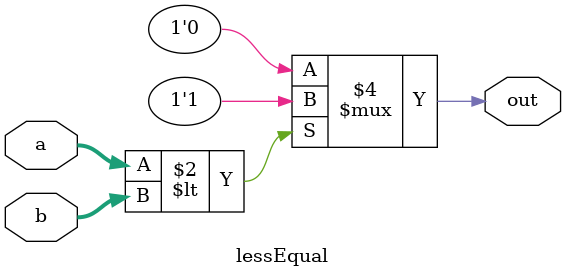
<source format=v>
module datapath 	(clock, resetN,
						old_X_enable, old_Y_enable,
						new_X, new_Y,
						state,
						xlex1_out,
						x_Q, y_Q);
	input clock, resetN;
	input old_X_enable, old_Y_enable;
	input [8:0] new_X, new_Y;
	input [4:0] state;
	output xlex1_out;
	output [8:0] x_Q, y_Q;
	
	wire [8:0] old_X_Q, old_Y_Q;
	
	register old_X(clock, resetN, old_X_enable, new_X, old_X_Q);
	register old_Y(clock, resetN, old_Y_enable, new_Y, old_Y_Q);
	
	Var var(clock, state, new_X, old_X_Q, new_Y, old_Y_Q, x_Q, y_Q, xlex1_out);
	
endmodule

module Var (clock, state, x1i, x0i, y1i, y0i, x_out, y_out, xlex1);
	parameter Idle = 1, Setup = 2, Setup2 = 3, Setup3 = 4,Draw = 5, Done = 6;
	
	input clock;
	input [4:0] state;
	input [8:0] x1i, x0i, y1i, y0i;
	output reg [8:0] x_out, y_out;
	output reg xlex1;
	
	reg [8:0] x, y;
	reg [8:0] x1ii, x0ii, y1ii, y0ii;
	reg [8:0] x1, x0, y1, y0;
	reg signed [9:0] error;
	reg [8:0] deltay;
	reg [8:0] deltax;
	reg signed [8:0] ystep;
	reg steep;

	always @ (posedge clock)
	begin
		if (state == Setup)
		begin
			if (((y1i >= y0i) && (x1i >= x0i) && ((y1i - y0i) > (x1i - x0i))) ||
				 ((y0i >= y1i) && (x1i >= x0i) && ((y0i - y1i) > (x1i - x0i))) ||
				 ((y1i >= y0i) && (x0i >= x1i) && ((y1i - y0i) > (x0i - x1i))) ||
				 ((y0i >= y1i) && (x0i >= x1i) && ((y0i - y1i) > (x0i - x1i))))
			begin
				steep <= 1'b1;
				x0ii <= y0i;
				x1ii <= y1i;
				y0ii <= x0i;
				y1ii <= x1i;
			end
			else
			begin
				steep <= 1'b0;
				x0ii <= x0i;
				x1ii <= x1i;
				y0ii <= y0i;
				y1ii <= y1i;
			end
		end
		else if (state == Setup2)
		begin
			if (x0ii > x1ii)
			begin
				x0 <= x1ii;
				x1 <= x0ii;
				y0 <= y1ii;
				y1 <= y0ii;
			end
			else
			begin
				x0 <= x0ii;
				x1 <= x1ii;
				y0 <= y0ii;
				y1 <= y1ii;
			end
		end
		else if (state == Setup3)
		begin
			if (y1 >= y0)
				deltay <= y1 - y0;
			else
				deltay <= y0 - y1;
			deltax <= x1 - x0;
			error <= -((x1 - x0) >> 1);
			y <= y0;
			x <= x0;
			
			if (y0 < y1)
				ystep <= 1;
			else
				ystep <= -1;

			xlex1 <= 1'b1;
		end
		else if (state == Draw)
		begin
			if (error > 0)
			begin
				error <= error + deltay - deltax;
				y <= y + ystep;
			end
			else
				error <= error + deltay;
				
			x <= x + 1;
			
			if (x < x1)
				xlex1 <= 1'b1;
			else
				xlex1 <= 1'b0;
			
			if (steep == 1'b1)
			begin
				x_out <= y;
				y_out <= x;
			end
			else
			begin
				x_out <= x;
				y_out <= y;
			end
		end
	end
endmodule

module register (clock, resetN, enable, D, Q);
	parameter n = 9;
	input clock, resetN, enable;
	input [n-1:0] D;
	output reg [n-1:0] Q;
	
	always @ (posedge clock)
	begin
		if (resetN == 0)
			Q <= 0;
		else if (enable == 1)
			Q <= D;
	end
	
endmodule

module counter (clock, resetN, loadN, enable, D, Q);
	parameter n = 9;
	input clock, resetN, loadN, enable;
	input [n-1:0] D;
	output reg [n-1:0] Q;
	
	always @ (posedge clock)
	begin
		if (resetN == 0)
			Q <= 0;
		else if (loadN == 0)
			Q <= D;
		else if (enable == 1)
			Q <= Q + 1;
	end
	
endmodule

// 
module lessEqual (a, b, out);
	parameter n = 9;
	input [n-1:0] a, b;
	output reg out;
	
	always @ (*)
	begin
		if (a < b)
			out = 1'b1;
		else
			out = 1'b0;
	end
	
endmodule

</source>
